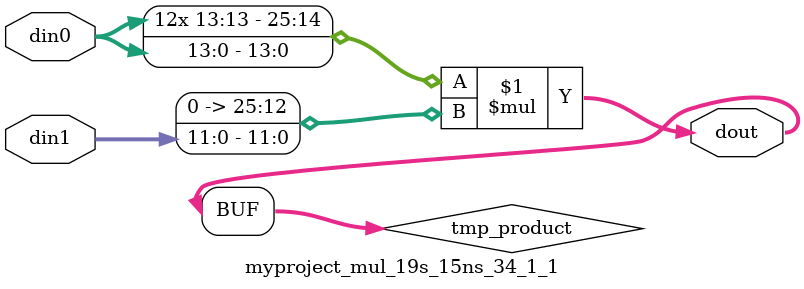
<source format=v>

`timescale 1 ns / 1 ps

 module myproject_mul_19s_15ns_34_1_1(din0, din1, dout);
parameter ID = 1;
parameter NUM_STAGE = 0;
parameter din0_WIDTH = 14;
parameter din1_WIDTH = 12;
parameter dout_WIDTH = 26;

input [din0_WIDTH - 1 : 0] din0; 
input [din1_WIDTH - 1 : 0] din1; 
output [dout_WIDTH - 1 : 0] dout;

wire signed [dout_WIDTH - 1 : 0] tmp_product;


























assign tmp_product = $signed(din0) * $signed({1'b0, din1});









assign dout = tmp_product;





















endmodule

</source>
